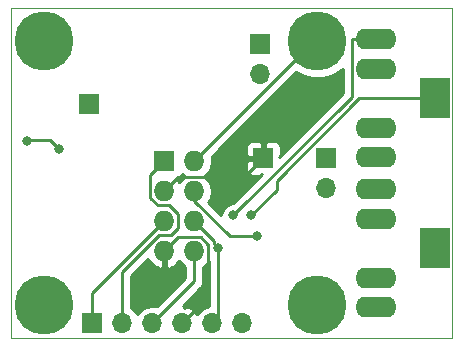
<source format=gbr>
G04 #@! TF.GenerationSoftware,KiCad,Pcbnew,5.1.10-88a1d61d58~88~ubuntu20.04.1*
G04 #@! TF.CreationDate,2021-05-19T20:40:34-06:00*
G04 #@! TF.ProjectId,CurrentSensorV1,43757272-656e-4745-9365-6e736f725631,rev?*
G04 #@! TF.SameCoordinates,Original*
G04 #@! TF.FileFunction,Copper,L2,Bot*
G04 #@! TF.FilePolarity,Positive*
%FSLAX46Y46*%
G04 Gerber Fmt 4.6, Leading zero omitted, Abs format (unit mm)*
G04 Created by KiCad (PCBNEW 5.1.10-88a1d61d58~88~ubuntu20.04.1) date 2021-05-19 20:40:34*
%MOMM*%
%LPD*%
G01*
G04 APERTURE LIST*
G04 #@! TA.AperFunction,Profile*
%ADD10C,0.050000*%
G04 #@! TD*
G04 #@! TA.AperFunction,ComponentPad*
%ADD11O,3.500000X1.750000*%
G04 #@! TD*
G04 #@! TA.AperFunction,ComponentPad*
%ADD12R,2.500000X3.500000*%
G04 #@! TD*
G04 #@! TA.AperFunction,ComponentPad*
%ADD13C,5.000000*%
G04 #@! TD*
G04 #@! TA.AperFunction,ComponentPad*
%ADD14O,1.700000X1.700000*%
G04 #@! TD*
G04 #@! TA.AperFunction,ComponentPad*
%ADD15R,1.700000X1.700000*%
G04 #@! TD*
G04 #@! TA.AperFunction,ComponentPad*
%ADD16O,1.727200X1.727200*%
G04 #@! TD*
G04 #@! TA.AperFunction,ComponentPad*
%ADD17R,1.727200X1.727200*%
G04 #@! TD*
G04 #@! TA.AperFunction,ViaPad*
%ADD18C,0.800000*%
G04 #@! TD*
G04 #@! TA.AperFunction,Conductor*
%ADD19C,0.250000*%
G04 #@! TD*
G04 #@! TA.AperFunction,Conductor*
%ADD20C,0.254000*%
G04 #@! TD*
G04 #@! TA.AperFunction,Conductor*
%ADD21C,0.350000*%
G04 #@! TD*
G04 APERTURE END LIST*
D10*
X132842000Y-64008000D02*
X132842000Y-65278000D01*
X170180000Y-64008000D02*
X132842000Y-64008000D01*
X170180000Y-65278000D02*
X170180000Y-64008000D01*
X132842000Y-91948000D02*
X170180000Y-91948000D01*
X170180000Y-91948000D02*
X170180000Y-65278000D01*
X132842000Y-65278000D02*
X132842000Y-91948000D01*
D11*
G04 #@! TO.P,J3,5*
G04 #@! TO.N,N/C*
X163722000Y-81828000D03*
G04 #@! TO.P,J3,4*
X163722000Y-86828000D03*
G04 #@! TO.P,J3,3*
G04 #@! TO.N,AIN1*
X163722000Y-79328000D03*
G04 #@! TO.P,J3,2*
G04 #@! TO.N,Net-(J3-Pad2)*
X163722000Y-89328000D03*
D12*
G04 #@! TO.P,J3,1*
G04 #@! TO.N,AIN0*
X168728000Y-84328000D03*
G04 #@! TD*
D13*
G04 #@! TO.P,H2,1*
G04 #@! TO.N,GND*
X158750000Y-66802000D03*
G04 #@! TD*
D14*
G04 #@! TO.P,J2,6*
G04 #@! TO.N,GND*
X152400000Y-90678000D03*
G04 #@! TO.P,J2,5*
G04 #@! TO.N,SDA*
X149860000Y-90678000D03*
G04 #@! TO.P,J2,4*
G04 #@! TO.N,+3V3*
X147320000Y-90678000D03*
G04 #@! TO.P,J2,3*
G04 #@! TO.N,FTDI_TX*
X144780000Y-90678000D03*
G04 #@! TO.P,J2,2*
G04 #@! TO.N,FTDI_RX*
X142240000Y-90678000D03*
D15*
G04 #@! TO.P,J2,1*
G04 #@! TO.N,RST*
X139700000Y-90678000D03*
G04 #@! TD*
D13*
G04 #@! TO.P,H1,1*
G04 #@! TO.N,GND*
X135636000Y-66802000D03*
G04 #@! TD*
G04 #@! TO.P,H3,1*
G04 #@! TO.N,GND*
X158750000Y-89154000D03*
G04 #@! TD*
G04 #@! TO.P,H4,1*
G04 #@! TO.N,GND*
X135636000Y-89154000D03*
G04 #@! TD*
D14*
G04 #@! TO.P,J6,2*
G04 #@! TO.N,AIN0*
X159512000Y-79248000D03*
D15*
G04 #@! TO.P,J6,1*
G04 #@! TO.N,AIN1*
X159512000Y-76708000D03*
G04 #@! TD*
D16*
G04 #@! TO.P,U2,8*
G04 #@! TO.N,FTDI_TX*
X148336000Y-84582000D03*
G04 #@! TO.P,U2,7*
G04 #@! TO.N,+3V3*
X145796000Y-84582000D03*
G04 #@! TO.P,U2,6*
G04 #@! TO.N,SDA*
X148336000Y-82042000D03*
G04 #@! TO.P,U2,5*
G04 #@! TO.N,RST*
X145796000Y-82042000D03*
G04 #@! TO.P,U2,4*
G04 #@! TO.N,SCL*
X148336000Y-79502000D03*
G04 #@! TO.P,U2,3*
G04 #@! TO.N,+3V3*
X145796000Y-79502000D03*
G04 #@! TO.P,U2,2*
G04 #@! TO.N,GND*
X148336000Y-76962000D03*
D17*
G04 #@! TO.P,U2,1*
G04 #@! TO.N,FTDI_RX*
X145796000Y-76962000D03*
G04 #@! TD*
D15*
G04 #@! TO.P,TP2,1*
G04 #@! TO.N,+3V3*
X154178000Y-76708000D03*
G04 #@! TD*
D11*
G04 #@! TO.P,J8,5*
G04 #@! TO.N,N/C*
X163722000Y-69128000D03*
G04 #@! TO.P,J8,4*
X163722000Y-74128000D03*
G04 #@! TO.P,J8,3*
G04 #@! TO.N,AIN3*
X163722000Y-66628000D03*
G04 #@! TO.P,J8,2*
G04 #@! TO.N,Net-(J8-Pad2)*
X163722000Y-76628000D03*
D12*
G04 #@! TO.P,J8,1*
G04 #@! TO.N,AIN2*
X168728000Y-71628000D03*
G04 #@! TD*
D15*
G04 #@! TO.P,TP1,1*
G04 #@! TO.N,VBUS*
X139446000Y-72136000D03*
G04 #@! TD*
D14*
G04 #@! TO.P,J7,2*
G04 #@! TO.N,AIN2*
X153924000Y-69596000D03*
D15*
G04 #@! TO.P,J7,1*
G04 #@! TO.N,AIN3*
X153924000Y-67056000D03*
G04 #@! TD*
D18*
G04 #@! TO.N,SCL*
X153670000Y-83312000D03*
G04 #@! TO.N,SDA*
X150368000Y-84328000D03*
G04 #@! TO.N,AIN2*
X153162000Y-81534000D03*
G04 #@! TO.N,AIN3*
X151638000Y-81534000D03*
G04 #@! TO.N,GND*
X136906000Y-75946000D03*
X134137400Y-75255120D03*
G04 #@! TD*
D19*
G04 #@! TO.N,+3V3*
X152572601Y-78313399D02*
X154178000Y-76708000D01*
X146984601Y-78313399D02*
X152572601Y-78313399D01*
X145796000Y-79502000D02*
X146984601Y-78313399D01*
X146984601Y-83393399D02*
X145796000Y-84582000D01*
X149524601Y-84011471D02*
X148906529Y-83393399D01*
X148906529Y-83393399D02*
X146984601Y-83393399D01*
X149524601Y-88473399D02*
X149524601Y-84011471D01*
X147320000Y-90678000D02*
X149524601Y-88473399D01*
G04 #@! TO.N,SCL*
X148336000Y-80282870D02*
X148336000Y-79502000D01*
X151365130Y-83312000D02*
X148336000Y-80282870D01*
X153670000Y-83312000D02*
X151365130Y-83312000D01*
G04 #@! TO.N,SDA*
X149968001Y-83674001D02*
X148336000Y-82042000D01*
X149968001Y-83928001D02*
X149968001Y-83674001D01*
X150368000Y-84328000D02*
X149968001Y-83928001D01*
X150368000Y-90170000D02*
X149860000Y-90678000D01*
X150368000Y-84328000D02*
X150368000Y-90170000D01*
G04 #@! TO.N,RST*
X139700000Y-88138000D02*
X145796000Y-82042000D01*
X139700000Y-90678000D02*
X139700000Y-88138000D01*
G04 #@! TO.N,FTDI_TX*
X148336000Y-87122000D02*
X144780000Y-90678000D01*
X148336000Y-84582000D02*
X148336000Y-87122000D01*
G04 #@! TO.N,FTDI_RX*
X144607399Y-80072529D02*
X144607399Y-78150601D01*
X145225471Y-80690601D02*
X144607399Y-80072529D01*
X144607399Y-78150601D02*
X145796000Y-76962000D01*
X146222601Y-80690601D02*
X145225471Y-80690601D01*
X146984601Y-81452601D02*
X146222601Y-80690601D01*
X146984601Y-82612529D02*
X146984601Y-81452601D01*
X146366529Y-83230601D02*
X146984601Y-82612529D01*
X142240000Y-86360000D02*
X145369399Y-83230601D01*
X145369399Y-83230601D02*
X146366529Y-83230601D01*
X142240000Y-90678000D02*
X142240000Y-86360000D01*
G04 #@! TO.N,AIN2*
X155353001Y-78581997D02*
X162306998Y-71628000D01*
X155353001Y-79342999D02*
X155353001Y-78581997D01*
X162306998Y-71628000D02*
X168728000Y-71628000D01*
X153162000Y-81534000D02*
X155353001Y-79342999D01*
G04 #@! TO.N,AIN3*
X161722000Y-66628000D02*
X163722000Y-66628000D01*
X161646990Y-66703010D02*
X161722000Y-66628000D01*
X161646990Y-71525010D02*
X161646990Y-66703010D01*
X151638000Y-81534000D02*
X161646990Y-71525010D01*
G04 #@! TO.N,GND*
X158496000Y-66802000D02*
X158750000Y-66802000D01*
X148336000Y-76962000D02*
X158496000Y-66802000D01*
X136906000Y-75946000D02*
X136144000Y-75184000D01*
X134208520Y-75184000D02*
X134137400Y-75255120D01*
X136144000Y-75184000D02*
X134208520Y-75184000D01*
G04 #@! TD*
D20*
G04 #@! TO.N,+3V3*
X149608001Y-89214033D02*
X149426842Y-89250068D01*
X149156589Y-89362010D01*
X148913368Y-89524525D01*
X148706525Y-89731368D01*
X148584805Y-89913534D01*
X148515178Y-89796645D01*
X148320269Y-89580412D01*
X148086920Y-89406359D01*
X147824099Y-89281175D01*
X147676890Y-89236524D01*
X147447002Y-89357844D01*
X147447002Y-89193000D01*
X147339802Y-89193000D01*
X148847008Y-87685795D01*
X148876001Y-87662001D01*
X148899795Y-87633008D01*
X148899799Y-87633004D01*
X148970973Y-87546277D01*
X148970974Y-87546276D01*
X149041546Y-87414247D01*
X149085003Y-87270986D01*
X149096000Y-87159333D01*
X149096000Y-87159324D01*
X149099676Y-87122001D01*
X149096000Y-87084678D01*
X149096000Y-85876535D01*
X149291302Y-85746039D01*
X149500039Y-85537302D01*
X149608000Y-85375726D01*
X149608001Y-89214033D01*
G04 #@! TA.AperFunction,Conductor*
D21*
G36*
X149608001Y-89214033D02*
G01*
X149426842Y-89250068D01*
X149156589Y-89362010D01*
X148913368Y-89524525D01*
X148706525Y-89731368D01*
X148584805Y-89913534D01*
X148515178Y-89796645D01*
X148320269Y-89580412D01*
X148086920Y-89406359D01*
X147824099Y-89281175D01*
X147676890Y-89236524D01*
X147447002Y-89357844D01*
X147447002Y-89193000D01*
X147339802Y-89193000D01*
X148847008Y-87685795D01*
X148876001Y-87662001D01*
X148899795Y-87633008D01*
X148899799Y-87633004D01*
X148970973Y-87546277D01*
X148970974Y-87546276D01*
X149041546Y-87414247D01*
X149085003Y-87270986D01*
X149096000Y-87159333D01*
X149096000Y-87159324D01*
X149099676Y-87122001D01*
X149096000Y-87084678D01*
X149096000Y-85876535D01*
X149291302Y-85746039D01*
X149500039Y-85537302D01*
X149608000Y-85375726D01*
X149608001Y-89214033D01*
G37*
G04 #@! TD.AperFunction*
D20*
X145923000Y-84455000D02*
X145943000Y-84455000D01*
X145943000Y-84709000D01*
X145923000Y-84709000D01*
X145923000Y-85916464D01*
X146155027Y-86036963D01*
X146431978Y-85938964D01*
X146684488Y-85788817D01*
X146902854Y-85592293D01*
X147064308Y-85376187D01*
X147171961Y-85537302D01*
X147380698Y-85746039D01*
X147576001Y-85876535D01*
X147576001Y-86807196D01*
X145146408Y-89236790D01*
X144926260Y-89193000D01*
X144633740Y-89193000D01*
X144346842Y-89250068D01*
X144076589Y-89362010D01*
X143833368Y-89524525D01*
X143626525Y-89731368D01*
X143510000Y-89905760D01*
X143393475Y-89731368D01*
X143186632Y-89524525D01*
X143000000Y-89399822D01*
X143000000Y-86674801D01*
X144450168Y-85224633D01*
X144513316Y-85356944D01*
X144689146Y-85592293D01*
X144907512Y-85788817D01*
X145160022Y-85938964D01*
X145436973Y-86036963D01*
X145669000Y-85916464D01*
X145669000Y-84709000D01*
X145649000Y-84709000D01*
X145649000Y-84455000D01*
X145669000Y-84455000D01*
X145669000Y-84435000D01*
X145923000Y-84435000D01*
X145923000Y-84455000D01*
G04 #@! TA.AperFunction,Conductor*
D21*
G36*
X145923000Y-84455000D02*
G01*
X145943000Y-84455000D01*
X145943000Y-84709000D01*
X145923000Y-84709000D01*
X145923000Y-85916464D01*
X146155027Y-86036963D01*
X146431978Y-85938964D01*
X146684488Y-85788817D01*
X146902854Y-85592293D01*
X147064308Y-85376187D01*
X147171961Y-85537302D01*
X147380698Y-85746039D01*
X147576001Y-85876535D01*
X147576001Y-86807196D01*
X145146408Y-89236790D01*
X144926260Y-89193000D01*
X144633740Y-89193000D01*
X144346842Y-89250068D01*
X144076589Y-89362010D01*
X143833368Y-89524525D01*
X143626525Y-89731368D01*
X143510000Y-89905760D01*
X143393475Y-89731368D01*
X143186632Y-89524525D01*
X143000000Y-89399822D01*
X143000000Y-86674801D01*
X144450168Y-85224633D01*
X144513316Y-85356944D01*
X144689146Y-85592293D01*
X144907512Y-85788817D01*
X145160022Y-85938964D01*
X145436973Y-86036963D01*
X145669000Y-85916464D01*
X145669000Y-84709000D01*
X145649000Y-84709000D01*
X145649000Y-84455000D01*
X145669000Y-84455000D01*
X145669000Y-84435000D01*
X145923000Y-84435000D01*
X145923000Y-84455000D01*
G37*
G04 #@! TD.AperFunction*
D20*
X160886990Y-71210207D02*
X155516200Y-76580998D01*
X155504252Y-76580998D01*
X155663000Y-76422250D01*
X155666072Y-75858000D01*
X155653812Y-75733518D01*
X155617502Y-75613820D01*
X155558537Y-75503506D01*
X155479185Y-75406815D01*
X155382494Y-75327463D01*
X155272180Y-75268498D01*
X155152482Y-75232188D01*
X155028000Y-75219928D01*
X154463750Y-75223000D01*
X154305000Y-75381750D01*
X154305000Y-76581000D01*
X154325000Y-76581000D01*
X154325000Y-76835000D01*
X154305000Y-76835000D01*
X154305000Y-76855000D01*
X154051000Y-76855000D01*
X154051000Y-76835000D01*
X152851750Y-76835000D01*
X152693000Y-76993750D01*
X152689928Y-77558000D01*
X152702188Y-77682482D01*
X152738498Y-77802180D01*
X152797463Y-77912494D01*
X152876815Y-78009185D01*
X152973506Y-78088537D01*
X153083820Y-78147502D01*
X153203518Y-78183812D01*
X153328000Y-78196072D01*
X153892250Y-78193000D01*
X154050998Y-78034252D01*
X154050998Y-78046200D01*
X151598199Y-80499000D01*
X151536061Y-80499000D01*
X151336102Y-80538774D01*
X151147744Y-80616795D01*
X150978226Y-80730063D01*
X150834063Y-80874226D01*
X150720795Y-81043744D01*
X150642774Y-81232102D01*
X150603000Y-81432061D01*
X150603000Y-81475068D01*
X149534163Y-80406232D01*
X149664042Y-80211853D01*
X149777010Y-79939125D01*
X149834600Y-79649599D01*
X149834600Y-79354401D01*
X149777010Y-79064875D01*
X149664042Y-78792147D01*
X149500039Y-78546698D01*
X149291302Y-78337961D01*
X149132719Y-78232000D01*
X149291302Y-78126039D01*
X149500039Y-77917302D01*
X149664042Y-77671853D01*
X149777010Y-77399125D01*
X149834600Y-77109599D01*
X149834600Y-76814401D01*
X149788776Y-76584025D01*
X150514801Y-75858000D01*
X152689928Y-75858000D01*
X152693000Y-76422250D01*
X152851750Y-76581000D01*
X154051000Y-76581000D01*
X154051000Y-75381750D01*
X153892250Y-75223000D01*
X153328000Y-75219928D01*
X153203518Y-75232188D01*
X153083820Y-75268498D01*
X152973506Y-75327463D01*
X152876815Y-75406815D01*
X152797463Y-75503506D01*
X152738498Y-75613820D01*
X152702188Y-75733518D01*
X152689928Y-75858000D01*
X150514801Y-75858000D01*
X156981826Y-69390976D01*
X157265021Y-69580201D01*
X157835554Y-69816524D01*
X158441229Y-69937000D01*
X159058771Y-69937000D01*
X159664446Y-69816524D01*
X160234979Y-69580201D01*
X160748446Y-69237114D01*
X160886991Y-69098569D01*
X160886990Y-71210207D01*
G04 #@! TA.AperFunction,Conductor*
D21*
G36*
X160886990Y-71210207D02*
G01*
X155516200Y-76580998D01*
X155504252Y-76580998D01*
X155663000Y-76422250D01*
X155666072Y-75858000D01*
X155653812Y-75733518D01*
X155617502Y-75613820D01*
X155558537Y-75503506D01*
X155479185Y-75406815D01*
X155382494Y-75327463D01*
X155272180Y-75268498D01*
X155152482Y-75232188D01*
X155028000Y-75219928D01*
X154463750Y-75223000D01*
X154305000Y-75381750D01*
X154305000Y-76581000D01*
X154325000Y-76581000D01*
X154325000Y-76835000D01*
X154305000Y-76835000D01*
X154305000Y-76855000D01*
X154051000Y-76855000D01*
X154051000Y-76835000D01*
X152851750Y-76835000D01*
X152693000Y-76993750D01*
X152689928Y-77558000D01*
X152702188Y-77682482D01*
X152738498Y-77802180D01*
X152797463Y-77912494D01*
X152876815Y-78009185D01*
X152973506Y-78088537D01*
X153083820Y-78147502D01*
X153203518Y-78183812D01*
X153328000Y-78196072D01*
X153892250Y-78193000D01*
X154050998Y-78034252D01*
X154050998Y-78046200D01*
X151598199Y-80499000D01*
X151536061Y-80499000D01*
X151336102Y-80538774D01*
X151147744Y-80616795D01*
X150978226Y-80730063D01*
X150834063Y-80874226D01*
X150720795Y-81043744D01*
X150642774Y-81232102D01*
X150603000Y-81432061D01*
X150603000Y-81475068D01*
X149534163Y-80406232D01*
X149664042Y-80211853D01*
X149777010Y-79939125D01*
X149834600Y-79649599D01*
X149834600Y-79354401D01*
X149777010Y-79064875D01*
X149664042Y-78792147D01*
X149500039Y-78546698D01*
X149291302Y-78337961D01*
X149132719Y-78232000D01*
X149291302Y-78126039D01*
X149500039Y-77917302D01*
X149664042Y-77671853D01*
X149777010Y-77399125D01*
X149834600Y-77109599D01*
X149834600Y-76814401D01*
X149788776Y-76584025D01*
X150514801Y-75858000D01*
X152689928Y-75858000D01*
X152693000Y-76422250D01*
X152851750Y-76581000D01*
X154051000Y-76581000D01*
X154051000Y-75381750D01*
X153892250Y-75223000D01*
X153328000Y-75219928D01*
X153203518Y-75232188D01*
X153083820Y-75268498D01*
X152973506Y-75327463D01*
X152876815Y-75406815D01*
X152797463Y-75503506D01*
X152738498Y-75613820D01*
X152702188Y-75733518D01*
X152689928Y-75858000D01*
X150514801Y-75858000D01*
X156981826Y-69390976D01*
X157265021Y-69580201D01*
X157835554Y-69816524D01*
X158441229Y-69937000D01*
X159058771Y-69937000D01*
X159664446Y-69816524D01*
X160234979Y-69580201D01*
X160748446Y-69237114D01*
X160886991Y-69098569D01*
X160886990Y-71210207D01*
G37*
G04 #@! TD.AperFunction*
D20*
X145923000Y-79375000D02*
X145943000Y-79375000D01*
X145943000Y-79629000D01*
X145923000Y-79629000D01*
X145923000Y-79649000D01*
X145669000Y-79649000D01*
X145669000Y-79629000D01*
X145649000Y-79629000D01*
X145649000Y-79375000D01*
X145669000Y-79375000D01*
X145669000Y-79355000D01*
X145923000Y-79355000D01*
X145923000Y-79375000D01*
G04 #@! TA.AperFunction,Conductor*
D21*
G36*
X145923000Y-79375000D02*
G01*
X145943000Y-79375000D01*
X145943000Y-79629000D01*
X145923000Y-79629000D01*
X145923000Y-79649000D01*
X145669000Y-79649000D01*
X145669000Y-79629000D01*
X145649000Y-79629000D01*
X145649000Y-79375000D01*
X145669000Y-79375000D01*
X145669000Y-79355000D01*
X145923000Y-79355000D01*
X145923000Y-79375000D01*
G37*
G04 #@! TD.AperFunction*
D20*
X147380698Y-78126039D02*
X147539281Y-78232000D01*
X147380698Y-78337961D01*
X147171961Y-78546698D01*
X147064308Y-78707813D01*
X146902854Y-78491707D01*
X146839426Y-78434624D01*
X146903780Y-78415102D01*
X147014094Y-78356137D01*
X147110785Y-78276785D01*
X147190137Y-78180094D01*
X147249102Y-78069780D01*
X147266636Y-78011977D01*
X147380698Y-78126039D01*
G04 #@! TA.AperFunction,Conductor*
D21*
G36*
X147380698Y-78126039D02*
G01*
X147539281Y-78232000D01*
X147380698Y-78337961D01*
X147171961Y-78546698D01*
X147064308Y-78707813D01*
X146902854Y-78491707D01*
X146839426Y-78434624D01*
X146903780Y-78415102D01*
X147014094Y-78356137D01*
X147110785Y-78276785D01*
X147190137Y-78180094D01*
X147249102Y-78069780D01*
X147266636Y-78011977D01*
X147380698Y-78126039D01*
G37*
G04 #@! TD.AperFunction*
G04 #@! TD*
M02*

</source>
